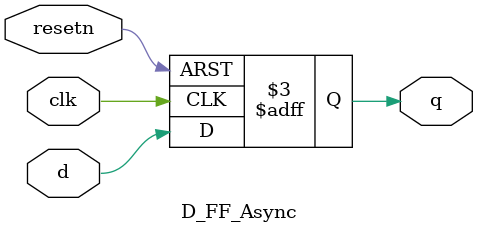
<source format=v>
/*
Anthony De Caria - April 5, 2014

This is a D Flip Flop with an asycronnous reset.
*/

module D_FF_Async(clk, resetn, d, q);
	
	input clk;
	input resetn;
	input d;
	output reg q;
	
	always @(posedge clk or negedge resetn)
	begin
		if (!resetn)
		begin
			q <= 1'b0;
		end
		else
		begin
			q <= d;
		end
	end
	
endmodule

</source>
